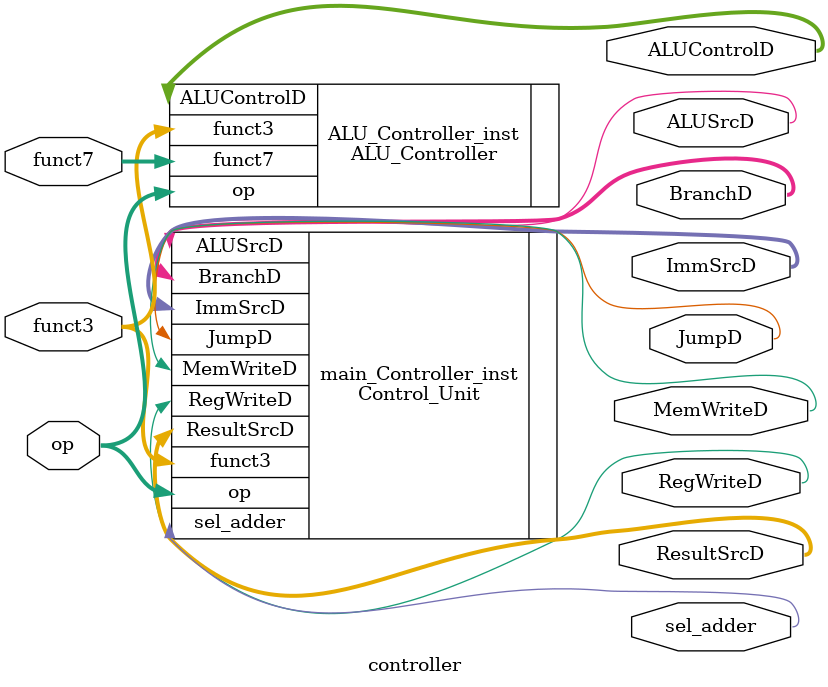
<source format=v>

module controller(op, funct3, funct7, ResultSrcD, MemWriteD, ALUControlD,
                    ALUSrcD, ImmSrcD, RegWriteD, BranchD, JumpD, sel_adder);
    input [2:0] funct3;
    input [6:0] op, funct7;
    output wire [1:0] ResultSrcD, BranchD;                
    output wire [2:0] ALUControlD, ImmSrcD;
    output wire MemWriteD, ALUSrcD, RegWriteD, sel_adder, JumpD;

    ALU_Controller ALU_Controller_inst(
        .funct3(funct3),
        .funct7(funct7),
        .op(op),
        .ALUControlD(ALUControlD)
    );
    Control_Unit main_Controller_inst(
        .op(op),
        .funct3(funct3),
        .ResultSrcD(ResultSrcD),
        .MemWriteD(MemWriteD),
        .ALUSrcD(ALUSrcD),
        .ImmSrcD(ImmSrcD),
        .RegWriteD(RegWriteD),
        .sel_adder(sel_adder),
        .JumpD(JumpD),
        .BranchD(BranchD)
    );
endmodule
</source>
